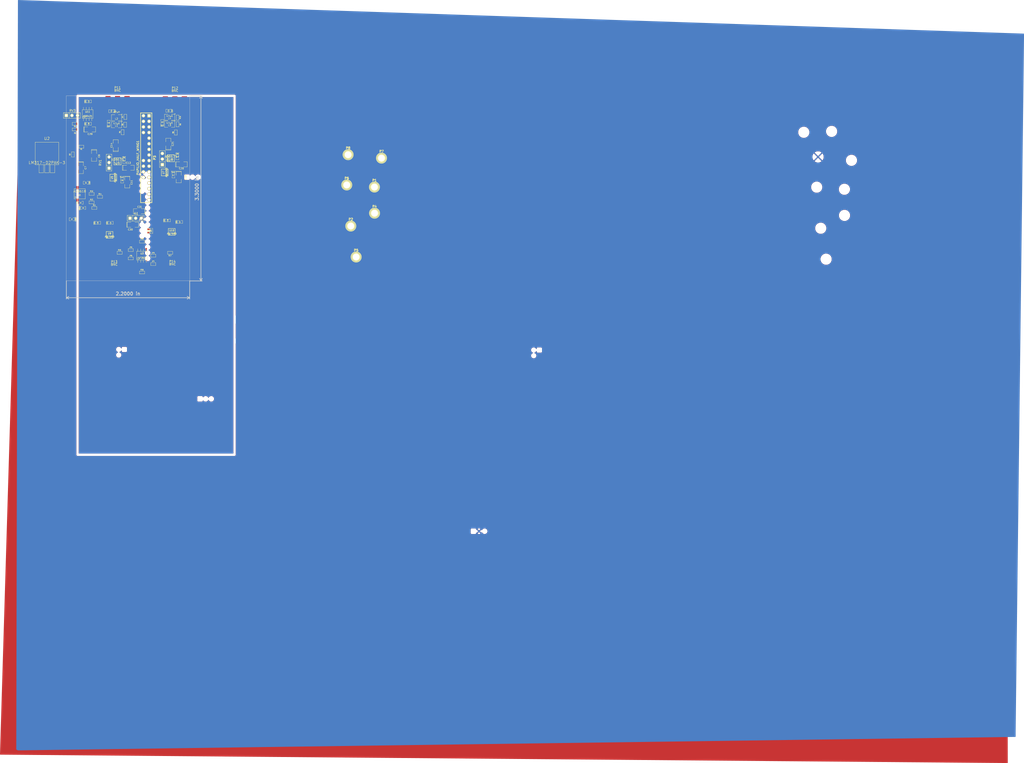
<source format=kicad_pcb>
(kicad_pcb (version 3) (host pcbnew "(2013-07-07 BZR 4022)-stable")
  (layers (15 F.Cu signal) (0 B.Cu signal) (18 B.Paste user) (19 F.Paste user) (20 B.SilkS user) (21 F.SilkS user) (22 B.Mask user) (23 F.Mask user) (28 Edge.Cuts user))
  (net 0 "")
  (net 1 +2.5V)
  (net 2 +3.3V)
  (net 3 +5P)
  (net 4 -VAA)
  (net 5 /ADC1/CNV)
  (net 6 /ADC1/SCK)
  (net 7 /ADC1/SDO)
  (net 8 /ADC2/CNV)
  (net 9 /ADC2/SCK)
  (net 10 /ADC2/SDO)
  (net 11 /DAC1/CS)
  (net 12 /DAC1/DATA)
  (net 13 /DAC1/SCLK)
  (net 14 /DAC2/CS)
  (net 15 /DAC2/DATA)
  (net 16 /DAC2/SCLK)
  (net 17 2VREF)
  (net 18 5VREF)
  (net 19 ADVDD)
  (net 20 AGND)
  (net 21 N-0000013)
  (net 22 N-0000014)
  (net 23 N-0000015)
  (net 24 N-0000026)
  (net 25 N-0000029)
  (net 26 N-0000036)
  (net 27 N-000004)
  (net 28 N-0000044)
  (net 29 N-0000045)
  (net 30 N-0000046)
  (net 31 N-0000047)
  (net 32 N-0000048)
  (net 33 N-0000050)
  (net 34 N-0000051)
  (net 35 N-0000052)
  (net 36 N-0000053)
  (net 37 N-0000054)
  (net 38 N-0000055)
  (net 39 N-0000056)
  (net 40 N-0000057)
  (net 41 N-0000058)
  (net 42 N-0000059)
  (net 43 N-000006)
  (net 44 N-0000060)
  (net 45 N-0000061)
  (net 46 N-0000062)
  (net 47 N-0000063)
  (net 48 N-0000064)
  (net 49 N-0000065)
  (net 50 N-0000066)
  (net 51 N-0000067)
  (net 52 N-0000068)
  (net 53 VAA)
  (net 54 VDD)
  (module sma-side (layer F.Cu) (at 36.925 96.725)
    (fp_text reference P13 (at 0 -6.35) (layer F.SilkS))
    (fp_text value BNC (at 0 -5.08) (layer F.SilkS))
    (pad 1 smd rect (at 0 0) (size 2.286 5.08) (layers F.Cu F.Paste F.Mask) (net 50 N-0000066))
    (pad 2 smd rect (at -4.318 0) (size 2.286 5.08) (layers F.Cu F.Paste F.Mask) (net 20 AGND))
    (pad 2 smd rect (at 4.318 0) (size 2.413 5.08) (layers F.Cu F.Paste F.Mask) (net 20 AGND))
  )
  (module SM1210 (layer F.Cu) (at 37.98 25.15 180)
    (fp_text reference L2 (at 0 -0.508 180) (layer F.SilkS) (effects (font (size 0.762 0.762) (thickness 0.127))))
    (fp_text value 47uH (at -0.025 2.575 180) (layer F.SilkS) (effects (font (size 0.762 0.762) (thickness 0.127))))
    (pad 1 smd rect (at -1.524 0 180) (size 1.27 2.54) (layers F.Cu F.Paste F.Mask) (net 29 N-0000045))
    (pad 2 smd rect (at 1.524 0 180) (size 1.27 2.54) (layers F.Cu F.Paste F.Mask) (net 31 N-0000047))
  )
  (module SM1210 (layer F.Cu) (at 37.98 28.325 180)
    (fp_text reference L1 (at 0 -0.508 180) (layer F.SilkS) (effects (font (size 0.762 0.762) (thickness 0.127))))
    (fp_text value 47uH (at 0 0.508 180) (layer F.SilkS) (effects (font (size 0.762 0.762) (thickness 0.127))))
    (pad 1 smd rect (at -1.524 0 180) (size 1.27 2.54) (layers F.Cu F.Paste F.Mask) (net 28 N-0000044))
    (pad 2 smd rect (at 1.524 0 180) (size 1.27 2.54) (layers F.Cu F.Paste F.Mask) (net 29 N-0000045))
  )
  (module SM1206POL (layer F.Cu) (at 66.1 52.125 270)
    (fp_text reference C18 (at 0.05 -3.2 270) (layer F.SilkS) (effects (font (size 0.762 0.762) (thickness 0.127))))
    (fp_text value 10uF hide)
    (pad 1 smd rect (at -1.651 0 270) (size 1.524 2.032) (layers F.Cu F.Paste F.Mask) (net 54 VDD))
    (pad 2 smd rect (at 1.651 0 270) (size 1.524 2.032) (layers F.Cu F.Paste F.Mask) (net 20 AGND))
  )
  (module SM1206POL (layer F.Cu) (at 43.455 47.825)
    (fp_text reference C13 (at -0.1 -2.225) (layer F.SilkS) (effects (font (size 0.762 0.762) (thickness 0.127))))
    (fp_text value 0.1uF hide)
    (pad 1 smd rect (at -1.651 0) (size 1.524 2.032) (layers F.Cu F.Paste F.Mask) (net 4 -VAA))
    (pad 2 smd rect (at 1.651 0) (size 1.524 2.032) (layers F.Cu F.Paste F.Mask) (net 20 AGND))
  )
  (module SM1206POL (layer F.Cu) (at 27.7876 42.3418 270)
    (fp_text reference C6 (at 0.135 -2.29 270) (layer F.SilkS) (effects (font (size 0.762 0.762) (thickness 0.127))))
    (fp_text value 100n hide)
    (pad 1 smd rect (at -1.651 0 270) (size 1.524 2.032) (layers F.Cu F.Paste F.Mask) (net 53 VAA))
    (pad 2 smd rect (at 1.651 0 270) (size 1.524 2.032) (layers F.Cu F.Paste F.Mask) (net 20 AGND))
  )
  (module SM1206POL (layer F.Cu) (at 37.58 37.675 90)
    (fp_text reference C14 (at 0.025 -1.875 90) (layer F.SilkS) (effects (font (size 0.762 0.762) (thickness 0.127))))
    (fp_text value 0.1uF hide)
    (pad 1 smd rect (at -1.651 0 90) (size 1.524 2.032) (layers F.Cu F.Paste F.Mask) (net 53 VAA))
    (pad 2 smd rect (at 1.651 0 90) (size 1.524 2.032) (layers F.Cu F.Paste F.Mask) (net 20 AGND))
  )
  (module SM0603_Capa (layer F.Cu) (at 21.73 63.625)
    (fp_text reference C1 (at 0 0 90) (layer F.SilkS) (effects (font (size 0.508 0.4572) (thickness 0.1143))))
    (fp_text value 10u (at -1.651 0 90) (layer F.SilkS) (effects (font (size 0.508 0.4572) (thickness 0.1143))))
    (pad 1 smd rect (at -0.762 0) (size 0.635 1.143) (layers F.Cu F.Paste F.Mask) (net 27 N-000004))
    (pad 2 smd rect (at 0.762 0) (size 0.635 1.143) (layers F.Cu F.Paste F.Mask) (net 20 AGND))
  )
  (module SM0603_Capa (layer F.Cu) (at 40.505 53.525 270)
    (fp_text reference C10 (at 0 0 360) (layer F.SilkS) (effects (font (size 0.508 0.4572) (thickness 0.1143))))
    (fp_text value 0.1uF (at -1.651 0 360) (layer F.SilkS) (effects (font (size 0.508 0.4572) (thickness 0.1143))))
    (pad 1 smd rect (at -0.762 0 270) (size 0.635 1.143) (layers F.Cu F.Paste F.Mask) (net 54 VDD))
    (pad 2 smd rect (at 0.762 0 270) (size 0.635 1.143) (layers F.Cu F.Paste F.Mask) (net 20 AGND))
  )
  (module SM0603_Capa (layer F.Cu) (at 34.405 27.5 90)
    (fp_text reference C15 (at 0 0 180) (layer F.SilkS) (effects (font (size 0.508 0.4572) (thickness 0.1143))))
    (fp_text value 33nF (at -1.651 0 180) (layer F.SilkS) (effects (font (size 0.508 0.4572) (thickness 0.1143))))
    (pad 1 smd rect (at -0.762 0 90) (size 0.635 1.143) (layers F.Cu F.Paste F.Mask) (net 29 N-0000045))
    (pad 2 smd rect (at 0.762 0 90) (size 0.635 1.143) (layers F.Cu F.Paste F.Mask) (net 20 AGND))
  )
  (module SM0603_Capa (layer F.Cu) (at 63.75 51.225 270)
    (fp_text reference C17 (at 0 0 360) (layer F.SilkS) (effects (font (size 0.508 0.4572) (thickness 0.1143))))
    (fp_text value 0.1uF (at -1.651 0 360) (layer F.SilkS) (effects (font (size 0.508 0.4572) (thickness 0.1143))))
    (pad 1 smd rect (at -0.762 0 270) (size 0.635 1.143) (layers F.Cu F.Paste F.Mask) (net 54 VDD))
    (pad 2 smd rect (at 0.762 0 270) (size 0.635 1.143) (layers F.Cu F.Paste F.Mask) (net 20 AGND))
  )
  (module SM0603_Capa (layer F.Cu) (at 41.38 44.65 270)
    (fp_text reference C12 (at 0 0 360) (layer F.SilkS) (effects (font (size 0.508 0.4572) (thickness 0.1143))))
    (fp_text value 10pF (at -1.651 0 360) (layer F.SilkS) (effects (font (size 0.508 0.4572) (thickness 0.1143))))
    (pad 1 smd rect (at -0.762 0 270) (size 0.635 1.143) (layers F.Cu F.Paste F.Mask) (net 30 N-0000046))
    (pad 2 smd rect (at 0.762 0 270) (size 0.635 1.143) (layers F.Cu F.Paste F.Mask) (net 32 N-0000048))
  )
  (module SM0603_Capa (layer F.Cu) (at 65.525 43 270)
    (fp_text reference C19 (at -0.11 -0.01 360) (layer F.SilkS) (effects (font (size 0.508 0.4572) (thickness 0.1143))))
    (fp_text value 10pF (at -1.651 0 360) (layer F.SilkS) (effects (font (size 0.508 0.4572) (thickness 0.1143))))
    (pad 1 smd rect (at -0.762 0 270) (size 0.635 1.143) (layers F.Cu F.Paste F.Mask) (net 38 N-0000055))
    (pad 2 smd rect (at 0.762 0 270) (size 0.635 1.143) (layers F.Cu F.Paste F.Mask) (net 40 N-0000057))
  )
  (module SM0603 (layer F.Cu) (at 21.983 38.281 180)
    (fp_text reference R1 (at -0.04 -1.135 180) (layer F.SilkS) (effects (font (size 0.508 0.4572) (thickness 0.1143))))
    (fp_text value 768R hide)
    (pad 1 smd rect (at -0.762 0 180) (size 0.635 1.143) (layers F.Cu F.Paste F.Mask) (net 25 N-0000029))
    (pad 2 smd rect (at 0.762 0 180) (size 0.635 1.143) (layers F.Cu F.Paste F.Mask) (net 20 AGND))
  )
  (module SM0603 (layer F.Cu) (at 40.73 31.75 90)
    (fp_text reference R5 (at 0.05 -1.225 90) (layer F.SilkS) (effects (font (size 0.508 0.4572) (thickness 0.1143))))
    (fp_text value short hide)
    (pad 1 smd rect (at -0.762 0 90) (size 0.635 1.143) (layers F.Cu F.Paste F.Mask) (net 30 N-0000046))
    (pad 2 smd rect (at 0.762 0 90) (size 0.635 1.143) (layers F.Cu F.Paste F.Mask) (net 31 N-0000047))
  )
  (module SM0603 (layer F.Cu) (at 41.855 28.3 90)
    (fp_text reference R6 (at 0 -1.175 90) (layer F.SilkS) (effects (font (size 0.508 0.4572) (thickness 0.1143))))
    (fp_text value 50 hide)
    (pad 1 smd rect (at -0.762 0 90) (size 0.635 1.143) (layers F.Cu F.Paste F.Mask) (net 30 N-0000046))
    (pad 2 smd rect (at 0.762 0 90) (size 0.635 1.143) (layers F.Cu F.Paste F.Mask) (net 28 N-0000044))
  )
  (module SM0603 (layer F.Cu) (at 41.98 24.8 90)
    (fp_text reference R7 (at 0.05 -1.225 90) (layer F.SilkS) (effects (font (size 0.508 0.4572) (thickness 0.1143))))
    (fp_text value 50 hide)
    (pad 1 smd rect (at -0.762 0 90) (size 0.635 1.143) (layers F.Cu F.Paste F.Mask) (net 31 N-0000047))
    (pad 2 smd rect (at 0.762 0 90) (size 0.635 1.143) (layers F.Cu F.Paste F.Mask) (net 20 AGND))
  )
  (module SM0603 (layer F.Cu) (at 19.05 27.94 180)
    (fp_text reference R4 (at -0.065 -1.19 180) (layer F.SilkS) (effects (font (size 0.508 0.4572) (thickness 0.1143))))
    (fp_text value 15k hide)
    (pad 1 smd rect (at -0.762 0 180) (size 0.635 1.143) (layers F.Cu F.Paste F.Mask) (net 21 N-0000013))
    (pad 2 smd rect (at 0.762 0 180) (size 0.635 1.143) (layers F.Cu F.Paste F.Mask) (net 20 AGND))
  )
  (module SM0603 (layer F.Cu) (at 18.218 41.806 90)
    (fp_text reference R2 (at 0.025 -1.325 90) (layer F.SilkS) (effects (font (size 0.508 0.4572) (thickness 0.1143))))
    (fp_text value 220R hide)
    (pad 1 smd rect (at -0.762 0 90) (size 0.635 1.143) (layers F.Cu F.Paste F.Mask) (net 3 +5P))
    (pad 2 smd rect (at 0.762 0 90) (size 0.635 1.143) (layers F.Cu F.Paste F.Mask) (net 25 N-0000029))
  )
  (module SM0603 (layer F.Cu) (at 19.05 30.48 180)
    (fp_text reference R3 (at -0.11 -1.65 180) (layer F.SilkS) (effects (font (size 0.508 0.4572) (thickness 0.1143))))
    (fp_text value 470k hide)
    (pad 1 smd rect (at -0.762 0 180) (size 0.635 1.143) (layers F.Cu F.Paste F.Mask) (net 23 N-0000015))
    (pad 2 smd rect (at 0.762 0 180) (size 0.635 1.143) (layers F.Cu F.Paste F.Mask) (net 22 N-0000014))
  )
  (module PIN_ARRAY_3X1 (layer F.Cu) (at 34.58 45.475 90)
    (fp_text reference RV1 (at -0.075 -4 90) (layer F.SilkS) (effects (font (size 1.016 1.016) (thickness 0.1524))))
    (fp_text value 100K hide)
    (pad 1 thru_hole rect (at -2.54 0 90) (size 1.524 1.524) (drill 1.016) (layers *.Cu *.Mask F.SilkS) (net 33 N-0000050))
    (pad 2 thru_hole circle (at 0 0 90) (size 1.524 1.524) (drill 1.016) (layers *.Cu *.Mask F.SilkS) (net 53 VAA))
    (pad 3 thru_hole circle (at 2.54 0 90) (size 1.524 1.524) (drill 1.016) (layers *.Cu *.Mask F.SilkS) (net 34 N-0000051))
  )
  (module 1pin (layer F.Cu) (at 142.25 55.61)
    (fp_text reference P6 (at 0 -3.048) (layer F.SilkS) (effects (font (size 1.016 1.016) (thickness 0.254))))
    (fp_text value CONN_1 hide)
    (pad 1 thru_hole circle (at 0 0) (size 4.064 4.064) (drill 3.048) (layers *.Cu *.Mask F.SilkS) (net 17 2VREF))
  )
  (module 1pin (layer F.Cu) (at 154.79 56.56)
    (fp_text reference P1 (at 0 -3.048) (layer F.SilkS) (effects (font (size 1.016 1.016) (thickness 0.254))))
    (fp_text value CONN_1 hide)
    (pad 1 thru_hole circle (at 0 0) (size 4.064 4.064) (drill 3.048) (layers *.Cu *.Mask F.SilkS) (net 1 +2.5V))
  )
  (module 1pin (layer F.Cu) (at 144.08 74.21)
    (fp_text reference P2 (at 0 -3.048) (layer F.SilkS) (effects (font (size 1.016 1.016) (thickness 0.254))))
    (fp_text value CONN_1 hide)
    (pad 1 thru_hole circle (at 0 0) (size 4.064 4.064) (drill 3.048) (layers *.Cu *.Mask F.SilkS) (net 3 +5P))
  )
  (module 1pin (layer F.Cu) (at 154.84 68.39)
    (fp_text reference P4 (at 0 -3.048) (layer F.SilkS) (effects (font (size 1.016 1.016) (thickness 0.254))))
    (fp_text value CONN_1 hide)
    (pad 1 thru_hole circle (at 0 0) (size 4.064 4.064) (drill 3.048) (layers *.Cu *.Mask F.SilkS))
  )
  (module 1pin (layer F.Cu) (at 146.51 88.23)
    (fp_text reference P5 (at 0 -3.048) (layer F.SilkS) (effects (font (size 1.016 1.016) (thickness 0.254))))
    (fp_text value CONN_1 hide)
    (pad 1 thru_hole circle (at 0 0) (size 4.064 4.064) (drill 3.048) (layers *.Cu *.Mask F.SilkS))
  )
  (module sma-side (layer F.Cu) (at 63.285 96.57)
    (fp_text reference P14 (at 0 -6.35) (layer F.SilkS))
    (fp_text value BNC (at 0 -5.08) (layer F.SilkS))
    (pad 1 smd rect (at 0 0) (size 2.286 5.08) (layers F.Cu F.Paste F.Mask) (net 46 N-0000062))
    (pad 2 smd rect (at -4.318 0) (size 2.286 5.08) (layers F.Cu F.Paste F.Mask) (net 20 AGND))
    (pad 2 smd rect (at 4.318 0) (size 2.413 5.08) (layers F.Cu F.Paste F.Mask) (net 20 AGND))
  )
  (module SM1210 (layer F.Cu) (at 62 28.05 180)
    (fp_text reference L3 (at 0 -0.508 180) (layer F.SilkS) (effects (font (size 0.762 0.762) (thickness 0.127))))
    (fp_text value 47uH (at 0 0.508 180) (layer F.SilkS) (effects (font (size 0.762 0.762) (thickness 0.127))))
    (pad 1 smd rect (at -1.524 0 180) (size 1.27 2.54) (layers F.Cu F.Paste F.Mask) (net 36 N-0000053))
    (pad 2 smd rect (at 1.524 0 180) (size 1.27 2.54) (layers F.Cu F.Paste F.Mask) (net 37 N-0000054))
  )
  (module SM1210 (layer F.Cu) (at 62 24.95 180)
    (fp_text reference L4 (at 0 -0.508 180) (layer F.SilkS) (effects (font (size 0.762 0.762) (thickness 0.127))))
    (fp_text value 47uH (at 0 0.508 180) (layer F.SilkS) (effects (font (size 0.762 0.762) (thickness 0.127))))
    (pad 1 smd rect (at -1.524 0 180) (size 1.27 2.54) (layers F.Cu F.Paste F.Mask) (net 37 N-0000054))
    (pad 2 smd rect (at 1.524 0 180) (size 1.27 2.54) (layers F.Cu F.Paste F.Mask) (net 39 N-0000056))
  )
  (module SM0603_Capa (layer F.Cu) (at 61.55 22.025 180)
    (fp_text reference C23 (at 0 0 270) (layer F.SilkS) (effects (font (size 0.508 0.4572) (thickness 0.1143))))
    (fp_text value 10nF (at -1.651 0 270) (layer F.SilkS) (effects (font (size 0.508 0.4572) (thickness 0.1143))))
    (pad 1 smd rect (at -0.762 0 180) (size 0.635 1.143) (layers F.Cu F.Paste F.Mask) (net 39 N-0000056))
    (pad 2 smd rect (at 0.762 0 180) (size 0.635 1.143) (layers F.Cu F.Paste F.Mask) (net 20 AGND))
  )
  (module SM0603_Capa (layer F.Cu) (at 61.175 71.675)
    (fp_text reference C26 (at 0 0 90) (layer F.SilkS) (effects (font (size 0.508 0.4572) (thickness 0.1143))))
    (fp_text value 100n (at -1.651 0 90) (layer F.SilkS) (effects (font (size 0.508 0.4572) (thickness 0.1143))))
    (pad 1 smd rect (at -0.762 0) (size 0.635 1.143) (layers F.Cu F.Paste F.Mask) (net 2 +3.3V))
    (pad 2 smd rect (at 0.762 0) (size 0.635 1.143) (layers F.Cu F.Paste F.Mask) (net 20 AGND))
  )
  (module SM0603_Capa (layer F.Cu) (at 66.675 72.375)
    (fp_text reference C27 (at 0 0 90) (layer F.SilkS) (effects (font (size 0.508 0.4572) (thickness 0.1143))))
    (fp_text value 100n (at -1.651 0 90) (layer F.SilkS) (effects (font (size 0.508 0.4572) (thickness 0.1143))))
    (pad 1 smd rect (at -0.762 0) (size 0.635 1.143) (layers F.Cu F.Paste F.Mask) (net 20 AGND))
    (pad 2 smd rect (at 0.762 0) (size 0.635 1.143) (layers F.Cu F.Paste F.Mask) (net 19 ADVDD))
  )
  (module SM0603 (layer F.Cu) (at 65.625 25.1 90)
    (fp_text reference R10 (at 0.005 1.175 90) (layer F.SilkS) (effects (font (size 0.508 0.4572) (thickness 0.1143))))
    (fp_text value 50 hide)
    (pad 1 smd rect (at -0.762 0 90) (size 0.635 1.143) (layers F.Cu F.Paste F.Mask) (net 39 N-0000056))
    (pad 2 smd rect (at 0.762 0 90) (size 0.635 1.143) (layers F.Cu F.Paste F.Mask) (net 20 AGND))
  )
  (module SM0603 (layer F.Cu) (at 65.625 28.15 90)
    (fp_text reference R9 (at -0.03 1.32 90) (layer F.SilkS) (effects (font (size 0.508 0.4572) (thickness 0.1143))))
    (fp_text value 50 hide)
    (pad 1 smd rect (at -0.762 0 90) (size 0.635 1.143) (layers F.Cu F.Paste F.Mask) (net 38 N-0000055))
    (pad 2 smd rect (at 0.762 0 90) (size 0.635 1.143) (layers F.Cu F.Paste F.Mask) (net 36 N-0000053))
  )
  (module SM0603 (layer F.Cu) (at 64.85 31.85 90)
    (fp_text reference R8 (at -0.01 -1.245 90) (layer F.SilkS) (effects (font (size 0.508 0.4572) (thickness 0.1143))))
    (fp_text value short hide)
    (pad 1 smd rect (at -0.762 0 90) (size 0.635 1.143) (layers F.Cu F.Paste F.Mask) (net 38 N-0000055))
    (pad 2 smd rect (at 0.762 0 90) (size 0.635 1.143) (layers F.Cu F.Paste F.Mask) (net 39 N-0000056))
  )
  (module PIN_ARRAY_3X1 (layer F.Cu) (at 58.725 43.875 90)
    (fp_text reference RV2 (at 0.21 2.42 90) (layer F.SilkS) (effects (font (size 1.016 1.016) (thickness 0.1524))))
    (fp_text value 100K hide)
    (pad 1 thru_hole rect (at -2.54 0 90) (size 1.524 1.524) (drill 1.016) (layers *.Cu *.Mask F.SilkS) (net 41 N-0000058))
    (pad 2 thru_hole circle (at 0 0 90) (size 1.524 1.524) (drill 1.016) (layers *.Cu *.Mask F.SilkS) (net 53 VAA))
    (pad 3 thru_hole circle (at 2.54 0 90) (size 1.524 1.524) (drill 1.016) (layers *.Cu *.Mask F.SilkS) (net 42 N-0000059))
  )
  (module MSOP10-0.5 (layer F.Cu) (at 34.82 78.24)
    (fp_text reference U9 (at 0 -0.635) (layer F.SilkS) (effects (font (size 0.762 0.762) (thickness 0.1524))))
    (fp_text value AD7685 (at 0 0.762) (layer F.SilkS) (effects (font (size 0.762 0.762) (thickness 0.1524))))
    (pad 1 smd rect (at -1.016 2.2225) (size 0.26924 1.00076) (layers F.Cu F.Paste F.Mask) (net 18 5VREF))
    (pad 2 smd rect (at -0.508 2.2225) (size 0.26924 1.00076) (layers F.Cu F.Paste F.Mask) (net 19 ADVDD))
    (pad 3 smd rect (at 0 2.2225) (size 0.26924 1.00076) (layers F.Cu F.Paste F.Mask) (net 52 N-0000068))
    (pad 4 smd rect (at 0.508 2.2225) (size 0.26924 1.00076) (layers F.Cu F.Paste F.Mask) (net 20 AGND))
    (pad 5 smd rect (at 1.016 2.2225) (size 0.26924 1.00076) (layers F.Cu F.Paste F.Mask) (net 20 AGND))
    (pad 6 smd rect (at 1.016 -2.2225) (size 0.26924 1.00076) (layers F.Cu F.Paste F.Mask) (net 5 /ADC1/CNV))
    (pad 7 smd rect (at 0.508 -2.2225) (size 0.26924 1.00076) (layers F.Cu F.Paste F.Mask) (net 7 /ADC1/SDO))
    (pad 8 smd rect (at 0 -2.2225) (size 0.26924 1.00076) (layers F.Cu F.Paste F.Mask) (net 6 /ADC1/SCK))
    (pad 9 smd rect (at -0.508 -2.2225) (size 0.26924 1.00076) (layers F.Cu F.Paste F.Mask) (net 2 +3.3V))
    (pad 10 smd rect (at -1.016 -2.2225) (size 0.26924 1.00076) (layers F.Cu F.Paste F.Mask) (net 2 +3.3V))
  )
  (module SM0603_Capa (layer F.Cu) (at 24.13 54.61 180)
    (fp_text reference C2 (at 0 0 270) (layer F.SilkS) (effects (font (size 0.508 0.4572) (thickness 0.1143))))
    (fp_text value 100n (at -1.651 0 270) (layer F.SilkS) (effects (font (size 0.508 0.4572) (thickness 0.1143))))
    (pad 1 smd rect (at -0.762 0 180) (size 0.635 1.143) (layers F.Cu F.Paste F.Mask) (net 17 2VREF))
    (pad 2 smd rect (at 0.762 0 180) (size 0.635 1.143) (layers F.Cu F.Paste F.Mask) (net 20 AGND))
  )
  (module SM0603_Capa (layer F.Cu) (at 35.68 22.175 180)
    (fp_text reference C16 (at 0 0 270) (layer F.SilkS) (effects (font (size 0.508 0.4572) (thickness 0.1143))))
    (fp_text value 10nF (at -1.651 0 270) (layer F.SilkS) (effects (font (size 0.508 0.4572) (thickness 0.1143))))
    (pad 1 smd rect (at -0.762 0 180) (size 0.635 1.143) (layers F.Cu F.Paste F.Mask) (net 31 N-0000047))
    (pad 2 smd rect (at 0.762 0 180) (size 0.635 1.143) (layers F.Cu F.Paste F.Mask) (net 20 AGND))
  )
  (module SM1206POL (layer F.Cu) (at 42.855 54.425 270)
    (fp_text reference C11 (at -0.025 -1.975 270) (layer F.SilkS) (effects (font (size 0.762 0.762) (thickness 0.127))))
    (fp_text value 10uF hide)
    (pad 1 smd rect (at -1.651 0 270) (size 1.524 2.032) (layers F.Cu F.Paste F.Mask) (net 54 VDD))
    (pad 2 smd rect (at 1.651 0 270) (size 1.524 2.032) (layers F.Cu F.Paste F.Mask) (net 20 AGND))
  )
  (module SM1206POL (layer F.Cu) (at 67.475 46.3)
    (fp_text reference C20 (at -0.12 1.8) (layer F.SilkS) (effects (font (size 0.762 0.762) (thickness 0.127))))
    (fp_text value 0.1uF hide)
    (pad 1 smd rect (at -1.651 0) (size 1.524 2.032) (layers F.Cu F.Paste F.Mask) (net 4 -VAA))
    (pad 2 smd rect (at 1.651 0) (size 1.524 2.032) (layers F.Cu F.Paste F.Mask) (net 20 AGND))
  )
  (module SM1206POL (layer F.Cu) (at 21.843 47.906 270)
    (fp_text reference C7 (at -0.085 -2.12 270) (layer F.SilkS) (effects (font (size 0.762 0.762) (thickness 0.127))))
    (fp_text value 1u hide)
    (pad 1 smd rect (at -1.651 0 270) (size 1.524 2.032) (layers F.Cu F.Paste F.Mask) (net 3 +5P))
    (pad 2 smd rect (at 1.651 0 270) (size 1.524 2.032) (layers F.Cu F.Paste F.Mask) (net 20 AGND))
  )
  (module 1pin (layer F.Cu) (at 142.86 41.9)
    (fp_text reference P8 (at 0 -3.048) (layer F.SilkS) (effects (font (size 1.016 1.016) (thickness 0.254))))
    (fp_text value CONN_1 hide)
    (pad 1 thru_hole circle (at 0 0) (size 4.064 4.064) (drill 3.048) (layers *.Cu *.Mask F.SilkS) (net 20 AGND))
  )
  (module 1pin (layer F.Cu) (at 157.99 43.45)
    (fp_text reference P7 (at 0 -3.048) (layer F.SilkS) (effects (font (size 1.016 1.016) (thickness 0.254))))
    (fp_text value CONN_1 hide)
    (pad 1 thru_hole circle (at 0 0) (size 4.064 4.064) (drill 3.048) (layers *.Cu *.Mask F.SilkS) (net 18 5VREF))
  )
  (module MSOP10-0.5 (layer F.Cu) (at 59.825 49.95 90)
    (fp_text reference U7 (at 0 -0.635 90) (layer F.SilkS) (effects (font (size 0.762 0.762) (thickness 0.1524))))
    (fp_text value AD5063 (at 0 0.762 90) (layer F.SilkS) (effects (font (size 0.762 0.762) (thickness 0.1524))))
    (pad 1 smd rect (at -1.016 2.2225 90) (size 0.26924 1.00076) (layers F.Cu F.Paste F.Mask) (net 12 /DAC1/DATA))
    (pad 2 smd rect (at -0.508 2.2225 90) (size 0.26924 1.00076) (layers F.Cu F.Paste F.Mask) (net 54 VDD))
    (pad 3 smd rect (at 0 2.2225 90) (size 0.26924 1.00076) (layers F.Cu F.Paste F.Mask) (net 1 +2.5V))
    (pad 4 smd rect (at 0.508 2.2225 90) (size 0.26924 1.00076) (layers F.Cu F.Paste F.Mask) (net 40 N-0000057))
    (pad 5 smd rect (at 1.016 2.2225 90) (size 0.26924 1.00076) (layers F.Cu F.Paste F.Mask) (net 44 N-0000060))
    (pad 6 smd rect (at 1.016 -2.2225 90) (size 0.26924 1.00076) (layers F.Cu F.Paste F.Mask) (net 38 N-0000055))
    (pad 7 smd rect (at 0.508 -2.2225 90) (size 0.26924 1.00076) (layers F.Cu F.Paste F.Mask) (net 20 AGND))
    (pad 8 smd rect (at 0 -2.2225 90) (size 0.26924 1.00076) (layers F.Cu F.Paste F.Mask) (net 20 AGND))
    (pad 9 smd rect (at -0.508 -2.2225 90) (size 0.26924 1.00076) (layers F.Cu F.Paste F.Mask) (net 11 /DAC1/CS))
    (pad 10 smd rect (at -1.016 -2.2225 90) (size 0.26924 1.00076) (layers F.Cu F.Paste F.Mask) (net 13 /DAC1/SCLK))
  )
  (module MSOP10-0.5 (layer F.Cu) (at 36.53 52.3 90)
    (fp_text reference U5 (at 0 -0.635 90) (layer F.SilkS) (effects (font (size 0.762 0.762) (thickness 0.1524))))
    (fp_text value AD5063 (at 0 0.762 90) (layer F.SilkS) (effects (font (size 0.762 0.762) (thickness 0.1524))))
    (pad 1 smd rect (at -1.016 2.2225 90) (size 0.26924 1.00076) (layers F.Cu F.Paste F.Mask) (net 15 /DAC2/DATA))
    (pad 2 smd rect (at -0.508 2.2225 90) (size 0.26924 1.00076) (layers F.Cu F.Paste F.Mask) (net 54 VDD))
    (pad 3 smd rect (at 0 2.2225 90) (size 0.26924 1.00076) (layers F.Cu F.Paste F.Mask) (net 1 +2.5V))
    (pad 4 smd rect (at 0.508 2.2225 90) (size 0.26924 1.00076) (layers F.Cu F.Paste F.Mask) (net 32 N-0000048))
    (pad 5 smd rect (at 1.016 2.2225 90) (size 0.26924 1.00076) (layers F.Cu F.Paste F.Mask) (net 35 N-0000052))
    (pad 6 smd rect (at 1.016 -2.2225 90) (size 0.26924 1.00076) (layers F.Cu F.Paste F.Mask) (net 30 N-0000046))
    (pad 7 smd rect (at 0.508 -2.2225 90) (size 0.26924 1.00076) (layers F.Cu F.Paste F.Mask) (net 20 AGND))
    (pad 8 smd rect (at 0 -2.2225 90) (size 0.26924 1.00076) (layers F.Cu F.Paste F.Mask) (net 20 AGND))
    (pad 9 smd rect (at -0.508 -2.2225 90) (size 0.26924 1.00076) (layers F.Cu F.Paste F.Mask) (net 14 /DAC2/CS))
    (pad 10 smd rect (at -1.016 -2.2225 90) (size 0.26924 1.00076) (layers F.Cu F.Paste F.Mask) (net 16 /DAC2/SCLK))
  )
  (module MSOP_8 (layer F.Cu) (at 38.43 44.925)
    (fp_text reference U6 (at 0.1 0.725) (layer F.SilkS) (effects (font (size 1.00076 1.00076) (thickness 0.1524))))
    (fp_text value AD8675 (at 0 -0.762) (layer F.SilkS) (effects (font (size 1.00076 1.00076) (thickness 0.127))))
    (pad 1 smd rect (at -0.97536 2.159) (size 0.381 1.27) (layers F.Cu F.Paste F.Mask) (net 33 N-0000050))
    (pad 2 smd rect (at -0.32512 2.159) (size 0.381 1.27) (layers F.Cu F.Paste F.Mask) (net 35 N-0000052))
    (pad 3 smd rect (at 0.32512 2.159) (size 0.381 1.27) (layers F.Cu F.Paste F.Mask) (net 32 N-0000048))
    (pad 4 smd rect (at 0.97536 2.159) (size 0.381 1.27) (layers F.Cu F.Paste F.Mask) (net 4 -VAA))
    (pad 5 smd rect (at 0.97536 -2.159) (size 0.381 1.27) (layers F.Cu F.Paste F.Mask))
    (pad 6 smd rect (at 0.32512 -2.159) (size 0.381 1.27) (layers F.Cu F.Paste F.Mask) (net 30 N-0000046))
    (pad 7 smd rect (at -0.32512 -2.159) (size 0.381 1.27) (layers F.Cu F.Paste F.Mask) (net 53 VAA))
    (pad 8 smd rect (at -0.97536 -2.159) (size 0.381 1.27) (layers F.Cu F.Paste F.Mask) (net 34 N-0000051))
  )
  (module MSOP_8 (layer F.Cu) (at 62.575 43.525)
    (fp_text reference U8 (at 0 0.635) (layer F.SilkS) (effects (font (size 1.00076 1.00076) (thickness 0.1524))))
    (fp_text value AD8675 (at 0 -0.762) (layer F.SilkS) (effects (font (size 1.00076 1.00076) (thickness 0.127))))
    (pad 1 smd rect (at -0.97536 2.159) (size 0.381 1.27) (layers F.Cu F.Paste F.Mask) (net 41 N-0000058))
    (pad 2 smd rect (at -0.32512 2.159) (size 0.381 1.27) (layers F.Cu F.Paste F.Mask) (net 44 N-0000060))
    (pad 3 smd rect (at 0.32512 2.159) (size 0.381 1.27) (layers F.Cu F.Paste F.Mask) (net 40 N-0000057))
    (pad 4 smd rect (at 0.97536 2.159) (size 0.381 1.27) (layers F.Cu F.Paste F.Mask) (net 4 -VAA))
    (pad 5 smd rect (at 0.97536 -2.159) (size 0.381 1.27) (layers F.Cu F.Paste F.Mask))
    (pad 6 smd rect (at 0.32512 -2.159) (size 0.381 1.27) (layers F.Cu F.Paste F.Mask) (net 38 N-0000055))
    (pad 7 smd rect (at -0.32512 -2.159) (size 0.381 1.27) (layers F.Cu F.Paste F.Mask) (net 53 VAA))
    (pad 8 smd rect (at -0.97536 -2.159) (size 0.381 1.27) (layers F.Cu F.Paste F.Mask) (net 42 N-0000059))
  )
  (module sma-side (layer F.Cu) (at 38.43 17.9)
    (fp_text reference P11 (at 0 -6.35) (layer F.SilkS))
    (fp_text value BNC (at 0 -5.08) (layer F.SilkS))
    (pad 1 smd rect (at 0 0) (size 2.286 5.08) (layers F.Cu F.Paste F.Mask) (net 31 N-0000047))
    (pad 2 smd rect (at -4.318 0) (size 2.286 5.08) (layers F.Cu F.Paste F.Mask) (net 20 AGND))
    (pad 2 smd rect (at 4.318 0) (size 2.413 5.08) (layers F.Cu F.Paste F.Mask) (net 20 AGND))
  )
  (module Papilio_Half_Wing_1 (layer F.Cu) (at 51.435 43.3)
    (fp_text reference P3 (at 3.81 0 90) (layer F.SilkS) (effects (font (size 1.016 1.016) (thickness 0.27432))))
    (fp_text value PAPILIO_HALF_WING1 (at -3.81 0 90) (layer F.SilkS) (effects (font (size 1.016 1.016) (thickness 0.2032))))
    (pad N/A thru_hole circle (at -1.27 3.81 270) (size 1.524 1.524) (drill 1.016) (layers *.Cu *.Mask F.SilkS))
    (pad N/A thru_hole circle (at -1.27 -16.51 270) (size 1.524 1.524) (drill 1.016) (layers *.Cu *.Mask F.SilkS))
    (pad 1 thru_hole rect (at 1.27 -19.05) (size 1.524 1.524) (drill 1.016) (layers *.Cu *.Mask F.SilkS) (net 11 /DAC1/CS))
    (pad 2 thru_hole circle (at 1.27 -16.51 270) (size 1.524 1.524) (drill 1.016) (layers *.Cu *.Mask F.SilkS) (net 13 /DAC1/SCLK))
    (pad 11 thru_hole circle (at 1.27 6.35 270) (size 1.524 1.524) (drill 1.016) (layers *.Cu *.Mask F.SilkS) (net 5 /ADC1/CNV))
    (pad 4 thru_hole circle (at 1.27 -11.43 270) (size 1.524 1.524) (drill 1.016) (layers *.Cu *.Mask F.SilkS))
    (pad 13 thru_hole circle (at 1.27 11.43 270) (size 1.524 1.524) (drill 1.016) (layers *.Cu *.Mask F.SilkS))
    (pad 6 thru_hole circle (at 1.27 -6.35 270) (size 1.524 1.524) (drill 1.016) (layers *.Cu *.Mask F.SilkS) (net 14 /DAC2/CS))
    (pad 15 thru_hole circle (at 1.27 16.51 270) (size 1.524 1.524) (drill 1.016) (layers *.Cu *.Mask F.SilkS) (net 10 /ADC2/SDO))
    (pad 8 thru_hole circle (at 1.27 -1.27 270) (size 1.524 1.524) (drill 1.016) (layers *.Cu *.Mask F.SilkS) (net 15 /DAC2/DATA))
    (pad 17 thru_hole circle (at -1.27 -19.05 270) (size 1.524 1.524) (drill 1.016) (layers *.Cu *.Mask F.SilkS) (net 20 AGND))
    (pad 10 thru_hole circle (at 1.27 3.81 270) (size 1.524 1.524) (drill 1.016) (layers *.Cu *.Mask F.SilkS) (net 7 /ADC1/SDO))
    (pad 19 thru_hole circle (at -1.27 -11.43 270) (size 1.524 1.524) (drill 1.016) (layers *.Cu *.Mask F.SilkS))
    (pad 12 thru_hole circle (at 1.27 8.89 270) (size 1.524 1.524) (drill 1.016) (layers *.Cu *.Mask F.SilkS))
    (pad 21 thru_hole circle (at -1.27 6.35 270) (size 1.524 1.524) (drill 1.016) (layers *.Cu *.Mask F.SilkS) (net 2 +3.3V))
    (pad 14 thru_hole circle (at 1.27 13.97 270) (size 1.524 1.524) (drill 1.016) (layers *.Cu *.Mask F.SilkS) (net 9 /ADC2/SCK))
    (pad 16 thru_hole circle (at 1.27 19.05 270) (size 1.524 1.524) (drill 1.016) (layers *.Cu *.Mask F.SilkS) (net 8 /ADC2/CNV))
    (pad 18 thru_hole circle (at -1.27 -13.97 270) (size 1.524 1.524) (drill 1.016) (layers *.Cu *.Mask F.SilkS) (net 2 +3.3V))
    (pad 20 thru_hole circle (at -1.27 1.27 270) (size 1.524 1.524) (drill 1.016) (layers *.Cu *.Mask F.SilkS) (net 20 AGND))
    (pad 22 thru_hole circle (at -1.27 8.89 270) (size 1.524 1.524) (drill 1.016) (layers *.Cu *.Mask F.SilkS))
    (pad 3 thru_hole circle (at 1.27 -13.97 270) (size 1.524 1.524) (drill 1.016) (layers *.Cu *.Mask F.SilkS) (net 12 /DAC1/DATA))
    (pad 5 thru_hole circle (at 1.27 -8.89 270) (size 1.524 1.524) (drill 1.016) (layers *.Cu *.Mask F.SilkS))
    (pad 7 thru_hole circle (at 1.27 -3.81 270) (size 1.524 1.524) (drill 1.016) (layers *.Cu *.Mask F.SilkS) (net 16 /DAC2/SCLK))
    (pad 9 thru_hole circle (at 1.27 1.27 270) (size 1.524 1.524) (drill 1.016) (layers *.Cu *.Mask F.SilkS) (net 6 /ADC1/SCK))
  )
  (module sma-side (layer F.Cu) (at 64.4 18.025)
    (fp_text reference P12 (at 0 -6.35) (layer F.SilkS))
    (fp_text value BNC (at 0 -5.08) (layer F.SilkS))
    (pad 1 smd rect (at 0 0) (size 2.286 5.08) (layers F.Cu F.Paste F.Mask) (net 39 N-0000056))
    (pad 2 smd rect (at -4.318 0) (size 2.286 5.08) (layers F.Cu F.Paste F.Mask) (net 20 AGND))
    (pad 2 smd rect (at 4.318 0) (size 2.413 5.08) (layers F.Cu F.Paste F.Mask) (net 20 AGND))
  )
  (module SM0603_Capa (layer F.Cu) (at 29.54 72.785)
    (fp_text reference C25 (at 0 0 90) (layer F.SilkS) (effects (font (size 0.508 0.4572) (thickness 0.1143))))
    (fp_text value 100n (at -1.651 0 90) (layer F.SilkS) (effects (font (size 0.508 0.4572) (thickness 0.1143))))
    (pad 1 smd rect (at -0.762 0) (size 0.635 1.143) (layers F.Cu F.Paste F.Mask) (net 20 AGND))
    (pad 2 smd rect (at 0.762 0) (size 0.635 1.143) (layers F.Cu F.Paste F.Mask) (net 19 ADVDD))
  )
  (module SM0603_Capa (layer F.Cu) (at 35.315 72.785)
    (fp_text reference C24 (at 0 0 90) (layer F.SilkS) (effects (font (size 0.508 0.4572) (thickness 0.1143))))
    (fp_text value 100n (at -1.651 0 90) (layer F.SilkS) (effects (font (size 0.508 0.4572) (thickness 0.1143))))
    (pad 1 smd rect (at -0.762 0) (size 0.635 1.143) (layers F.Cu F.Paste F.Mask) (net 2 +3.3V))
    (pad 2 smd rect (at 0.762 0) (size 0.635 1.143) (layers F.Cu F.Paste F.Mask) (net 20 AGND))
  )
  (module SM0603_Capa (layer F.Cu) (at 58.7 27.175 90)
    (fp_text reference C22 (at 0 0 180) (layer F.SilkS) (effects (font (size 0.508 0.4572) (thickness 0.1143))))
    (fp_text value 33nF (at -1.651 0 180) (layer F.SilkS) (effects (font (size 0.508 0.4572) (thickness 0.1143))))
    (pad 1 smd rect (at -0.762 0 90) (size 0.635 1.143) (layers F.Cu F.Paste F.Mask) (net 37 N-0000054))
    (pad 2 smd rect (at 0.762 0 90) (size 0.635 1.143) (layers F.Cu F.Paste F.Mask) (net 20 AGND))
  )
  (module SM1206POL (layer F.Cu) (at 61.475 37 90)
    (fp_text reference C21 (at 0.06 1.955 90) (layer F.SilkS) (effects (font (size 0.762 0.762) (thickness 0.127))))
    (fp_text value 0.1uF hide)
    (pad 1 smd rect (at -1.651 0 90) (size 1.524 2.032) (layers F.Cu F.Paste F.Mask) (net 53 VAA))
    (pad 2 smd rect (at 1.651 0 90) (size 1.524 2.032) (layers F.Cu F.Paste F.Mask) (net 20 AGND))
  )
  (module MSOP10-0.5 (layer F.Cu) (at 62.99 76.87)
    (fp_text reference U10 (at 0 -0.635) (layer F.SilkS) (effects (font (size 0.762 0.762) (thickness 0.1524))))
    (fp_text value AD7685 (at 0 0.762) (layer F.SilkS) (effects (font (size 0.762 0.762) (thickness 0.1524))))
    (pad 1 smd rect (at -1.016 2.2225) (size 0.26924 1.00076) (layers F.Cu F.Paste F.Mask) (net 18 5VREF))
    (pad 2 smd rect (at -0.508 2.2225) (size 0.26924 1.00076) (layers F.Cu F.Paste F.Mask) (net 19 ADVDD))
    (pad 3 smd rect (at 0 2.2225) (size 0.26924 1.00076) (layers F.Cu F.Paste F.Mask) (net 48 N-0000064))
    (pad 4 smd rect (at 0.508 2.2225) (size 0.26924 1.00076) (layers F.Cu F.Paste F.Mask) (net 20 AGND))
    (pad 5 smd rect (at 1.016 2.2225) (size 0.26924 1.00076) (layers F.Cu F.Paste F.Mask) (net 20 AGND))
    (pad 6 smd rect (at 1.016 -2.2225) (size 0.26924 1.00076) (layers F.Cu F.Paste F.Mask) (net 8 /ADC2/CNV))
    (pad 7 smd rect (at 0.508 -2.2225) (size 0.26924 1.00076) (layers F.Cu F.Paste F.Mask) (net 10 /ADC2/SDO))
    (pad 8 smd rect (at 0 -2.2225) (size 0.26924 1.00076) (layers F.Cu F.Paste F.Mask) (net 9 /ADC2/SCK))
    (pad 9 smd rect (at -0.508 -2.2225) (size 0.26924 1.00076) (layers F.Cu F.Paste F.Mask) (net 2 +3.3V))
    (pad 10 smd rect (at -1.016 -2.2225) (size 0.26924 1.00076) (layers F.Cu F.Paste F.Mask) (net 2 +3.3V))
  )
  (module so-8 (layer F.Cu) (at 24.91 23.477)
    (fp_text reference U11 (at 0 -1.016) (layer F.SilkS) (effects (font (size 0.7493 0.7493) (thickness 0.14986))))
    (fp_text value ADR421 (at 0 1.016) (layer F.SilkS) (effects (font (size 0.7493 0.7493) (thickness 0.14986))))
    (pad 1 smd rect (at -1.905 2.794) (size 0.635 1.27) (layers F.Cu F.Paste F.Mask))
    (pad 2 smd rect (at -0.635 2.794) (size 0.635 1.27) (layers F.Cu F.Paste F.Mask) (net 53 VAA))
    (pad 3 smd rect (at 0.635 2.794) (size 0.635 1.27) (layers F.Cu F.Paste F.Mask))
    (pad 4 smd rect (at 1.905 2.794) (size 0.635 1.27) (layers F.Cu F.Paste F.Mask) (net 20 AGND))
    (pad 5 smd rect (at 1.905 -2.794) (size 0.635 1.27) (layers F.Cu F.Paste F.Mask) (net 23 N-0000015))
    (pad 6 smd rect (at 0.635 -2.794) (size 0.635 1.27) (layers F.Cu F.Paste F.Mask) (net 26 N-0000036))
    (pad 7 smd rect (at -0.635 -2.794) (size 0.635 1.27) (layers F.Cu F.Paste F.Mask))
    (pad 8 smd rect (at -1.905 -2.794) (size 0.635 1.27) (layers F.Cu F.Paste F.Mask))
  )
  (module SM1206POL (layer F.Cu) (at 48.19 67.55 180)
    (fp_text reference C31 (at -0.28 2 180) (layer F.SilkS) (effects (font (size 0.762 0.762) (thickness 0.127))))
    (fp_text value 10u hide)
    (pad 1 smd rect (at -1.651 0 180) (size 1.524 2.032) (layers F.Cu F.Paste F.Mask) (net 4 -VAA))
    (pad 2 smd rect (at 1.651 0 180) (size 1.524 2.032) (layers F.Cu F.Paste F.Mask) (net 20 AGND))
  )
  (module SM1206POL (layer F.Cu) (at 45.415 73.6)
    (fp_text reference C30 (at -1.175 2.2) (layer F.SilkS) (effects (font (size 0.762 0.762) (thickness 0.127))))
    (fp_text value 10u hide)
    (pad 1 smd rect (at -1.651 0) (size 1.524 2.032) (layers F.Cu F.Paste F.Mask) (net 53 VAA))
    (pad 2 smd rect (at 1.651 0) (size 1.524 2.032) (layers F.Cu F.Paste F.Mask) (net 20 AGND))
  )
  (module SM0603_Capa (layer F.Cu) (at 25.4 27.94)
    (fp_text reference C28 (at 0 0 90) (layer F.SilkS) (effects (font (size 0.508 0.4572) (thickness 0.1143))))
    (fp_text value 100n (at -1.651 0 90) (layer F.SilkS) (effects (font (size 0.508 0.4572) (thickness 0.1143))))
    (pad 1 smd rect (at -0.762 0) (size 0.635 1.143) (layers F.Cu F.Paste F.Mask) (net 53 VAA))
    (pad 2 smd rect (at 0.762 0) (size 0.635 1.143) (layers F.Cu F.Paste F.Mask) (net 20 AGND))
  )
  (module SM0603_Capa (layer F.Cu) (at 25.4 17.78)
    (fp_text reference C32 (at 0 0 90) (layer F.SilkS) (effects (font (size 0.508 0.4572) (thickness 0.1143))))
    (fp_text value 100n (at -1.651 0 90) (layer F.SilkS) (effects (font (size 0.508 0.4572) (thickness 0.1143))))
    (pad 1 smd rect (at -0.762 0) (size 0.635 1.143) (layers F.Cu F.Paste F.Mask) (net 26 N-0000036))
    (pad 2 smd rect (at 0.762 0) (size 0.635 1.143) (layers F.Cu F.Paste F.Mask) (net 20 AGND))
  )
  (module PIN_ARRAY_3X1 (layer F.Cu) (at 46.64 70.68)
    (fp_text reference K1 (at 0.254 -2.159) (layer F.SilkS) (effects (font (size 1.016 1.016) (thickness 0.1524))))
    (fp_text value CONN_3 hide)
    (pad 1 thru_hole rect (at -2.54 0) (size 1.524 1.524) (drill 1.016) (layers *.Cu *.Mask F.SilkS) (net 53 VAA))
    (pad 2 thru_hole circle (at 0 0) (size 1.524 1.524) (drill 1.016) (layers *.Cu *.Mask F.SilkS) (net 20 AGND))
    (pad 3 thru_hole circle (at 2.54 0) (size 1.524 1.524) (drill 1.016) (layers *.Cu *.Mask F.SilkS) (net 4 -VAA))
  )
  (module SM1206POL (layer F.Cu) (at 25.935 30.472)
    (fp_text reference C29 (at 0.045 2.09) (layer F.SilkS) (effects (font (size 0.762 0.762) (thickness 0.127))))
    (fp_text value 10u hide)
    (pad 1 smd rect (at -1.651 0) (size 1.524 2.032) (layers F.Cu F.Paste F.Mask) (net 53 VAA))
    (pad 2 smd rect (at 1.651 0) (size 1.524 2.032) (layers F.Cu F.Paste F.Mask) (net 20 AGND))
  )
  (module SM0603 (layer F.Cu) (at 26.67 59.69)
    (fp_text reference R13 (at 0 -1.27) (layer F.SilkS) (effects (font (size 0.508 0.4572) (thickness 0.1143))))
    (fp_text value 1k hide)
    (pad 1 smd rect (at -0.762 0) (size 0.635 1.143) (layers F.Cu F.Paste F.Mask) (net 27 N-000004))
    (pad 2 smd rect (at 0.762 0) (size 0.635 1.143) (layers F.Cu F.Paste F.Mask) (net 17 2VREF))
  )
  (module SM0603 (layer F.Cu) (at 30.48 60.96)
    (fp_text reference R14 (at 0 -1.27) (layer F.SilkS) (effects (font (size 0.508 0.4572) (thickness 0.1143))))
    (fp_text value 4k hide)
    (pad 1 smd rect (at -0.762 0) (size 0.635 1.143) (layers F.Cu F.Paste F.Mask) (net 17 2VREF))
    (pad 2 smd rect (at 0.762 0) (size 0.635 1.143) (layers F.Cu F.Paste F.Mask) (net 20 AGND))
  )
  (module SM0603 (layer F.Cu) (at 27.94 66.04)
    (fp_text reference R11 (at 0 -1.27) (layer F.SilkS) (effects (font (size 0.508 0.4572) (thickness 0.1143))))
    (fp_text value 1k hide)
    (pad 1 smd rect (at -0.762 0) (size 0.635 1.143) (layers F.Cu F.Paste F.Mask) (net 24 N-0000026))
    (pad 2 smd rect (at 0.762 0) (size 0.635 1.143) (layers F.Cu F.Paste F.Mask) (net 20 AGND))
  )
  (module SM0603 (layer F.Cu) (at 26.67 63.5)
    (fp_text reference R12 (at 0 -1.27) (layer F.SilkS) (effects (font (size 0.508 0.4572) (thickness 0.1143))))
    (fp_text value 1k hide)
    (pad 1 smd rect (at -0.762 0) (size 0.635 1.143) (layers F.Cu F.Paste F.Mask) (net 24 N-0000026))
    (pad 2 smd rect (at 0.762 0) (size 0.635 1.143) (layers F.Cu F.Paste F.Mask) (net 43 N-000006))
  )
  (module DPAK3 (layer F.Cu) (at 6.44 48.81)
    (fp_text reference U2 (at 0 -14.224) (layer F.SilkS) (effects (font (size 1.27 1.27) (thickness 0.1524))))
    (fp_text value LM317-D2PAK-3 (at 0 -3.302) (layer F.SilkS) (effects (font (size 1.27 1.27) (thickness 0.1524))))
    (pad 2 smd rect (at 0 -8.763) (size 10.668 8.89) (layers F.Cu F.Paste F.Mask) (net 3 +5P))
    (pad 2 smd rect (at 0 0) (size 1.778 2.286) (layers F.Cu F.Paste F.Mask) (net 3 +5P))
    (pad 1 smd rect (at -2.54 0) (size 1.778 2.286) (layers F.Cu F.Paste F.Mask) (net 25 N-0000029))
    (pad 3 smd rect (at 2.54 0) (size 1.778 2.286) (layers F.Cu F.Paste F.Mask) (net 53 VAA))
  )
  (module so-8 (layer F.Cu) (at 49.53 87.63)
    (fp_text reference U3 (at 0 -1.016) (layer F.SilkS) (effects (font (size 0.7493 0.7493) (thickness 0.14986))))
    (fp_text value LF353 (at 0 1.016) (layer F.SilkS) (effects (font (size 0.7493 0.7493) (thickness 0.14986))))
    (pad 1 smd rect (at -1.905 2.794) (size 0.635 1.27) (layers F.Cu F.Paste F.Mask) (net 52 N-0000068))
    (pad 2 smd rect (at -0.635 2.794) (size 0.635 1.27) (layers F.Cu F.Paste F.Mask) (net 51 N-0000067))
    (pad 3 smd rect (at 0.635 2.794) (size 0.635 1.27) (layers F.Cu F.Paste F.Mask) (net 49 N-0000065))
    (pad 4 smd rect (at 1.905 2.794) (size 0.635 1.27) (layers F.Cu F.Paste F.Mask) (net 4 -VAA))
    (pad 5 smd rect (at 1.905 -2.794) (size 0.635 1.27) (layers F.Cu F.Paste F.Mask) (net 45 N-0000061))
    (pad 6 smd rect (at 0.635 -2.794) (size 0.635 1.27) (layers F.Cu F.Paste F.Mask) (net 47 N-0000063))
    (pad 7 smd rect (at -0.635 -2.794) (size 0.635 1.27) (layers F.Cu F.Paste F.Mask) (net 48 N-0000064))
    (pad 8 smd rect (at -1.905 -2.794) (size 0.635 1.27) (layers F.Cu F.Paste F.Mask) (net 53 VAA))
  )
  (module SM0603 (layer F.Cu) (at 39.37 86.36)
    (fp_text reference R15 (at 0 -1.27) (layer F.SilkS) (effects (font (size 0.508 0.4572) (thickness 0.1143))))
    (fp_text value 4k hide)
    (pad 1 smd rect (at -0.762 0) (size 0.635 1.143) (layers F.Cu F.Paste F.Mask) (net 50 N-0000066))
    (pad 2 smd rect (at 0.762 0) (size 0.635 1.143) (layers F.Cu F.Paste F.Mask) (net 51 N-0000067))
  )
  (module SM0603 (layer F.Cu) (at 49.53 95.25)
    (fp_text reference R16 (at 0 -1.27) (layer F.SilkS) (effects (font (size 0.508 0.4572) (thickness 0.1143))))
    (fp_text value 1k hide)
    (pad 1 smd rect (at -0.762 0) (size 0.635 1.143) (layers F.Cu F.Paste F.Mask) (net 51 N-0000067))
    (pad 2 smd rect (at 0.762 0) (size 0.635 1.143) (layers F.Cu F.Paste F.Mask) (net 52 N-0000068))
  )
  (module SM0603 (layer F.Cu) (at 54.61 91.44)
    (fp_text reference JP4 (at 0 -1.27) (layer F.SilkS) (effects (font (size 0.508 0.4572) (thickness 0.1143))))
    (fp_text value JUMPER hide)
    (pad 1 smd rect (at -0.762 0) (size 0.635 1.143) (layers F.Cu F.Paste F.Mask) (net 17 2VREF))
    (pad 2 smd rect (at 0.762 0) (size 0.635 1.143) (layers F.Cu F.Paste F.Mask) (net 49 N-0000065))
  )
  (module SM0603 (layer F.Cu) (at 54.61 87.63)
    (fp_text reference JP3 (at 0 -1.27) (layer F.SilkS) (effects (font (size 0.508 0.4572) (thickness 0.1143))))
    (fp_text value JUMPER hide)
    (pad 1 smd rect (at -0.762 0) (size 0.635 1.143) (layers F.Cu F.Paste F.Mask) (net 18 5VREF))
    (pad 2 smd rect (at 0.762 0) (size 0.635 1.143) (layers F.Cu F.Paste F.Mask) (net 49 N-0000065))
  )
  (module SM0603 (layer F.Cu) (at 62.23 86.36 180)
    (fp_text reference R17 (at 0 -1.27 180) (layer F.SilkS) (effects (font (size 0.508 0.4572) (thickness 0.1143))))
    (fp_text value 4k hide)
    (pad 1 smd rect (at -0.762 0 180) (size 0.635 1.143) (layers F.Cu F.Paste F.Mask) (net 46 N-0000062))
    (pad 2 smd rect (at 0.762 0 180) (size 0.635 1.143) (layers F.Cu F.Paste F.Mask) (net 47 N-0000063))
  )
  (module SM0603 (layer F.Cu) (at 49.53 81.28)
    (fp_text reference R18 (at 0 -1.27) (layer F.SilkS) (effects (font (size 0.508 0.4572) (thickness 0.1143))))
    (fp_text value 1k hide)
    (pad 1 smd rect (at -0.762 0) (size 0.635 1.143) (layers F.Cu F.Paste F.Mask) (net 47 N-0000063))
    (pad 2 smd rect (at 0.762 0) (size 0.635 1.143) (layers F.Cu F.Paste F.Mask) (net 48 N-0000064))
  )
  (module SM0603 (layer F.Cu) (at 44.45 88.9)
    (fp_text reference JP6 (at 0 -1.27) (layer F.SilkS) (effects (font (size 0.508 0.4572) (thickness 0.1143))))
    (fp_text value JUMPER hide)
    (pad 1 smd rect (at -0.762 0) (size 0.635 1.143) (layers F.Cu F.Paste F.Mask) (net 17 2VREF))
    (pad 2 smd rect (at 0.762 0) (size 0.635 1.143) (layers F.Cu F.Paste F.Mask) (net 45 N-0000061))
  )
  (module SM0603 (layer F.Cu) (at 44.45 85.09)
    (fp_text reference JP5 (at 0 -1.27) (layer F.SilkS) (effects (font (size 0.508 0.4572) (thickness 0.1143))))
    (fp_text value JUMPER hide)
    (pad 1 smd rect (at -0.762 0) (size 0.635 1.143) (layers F.Cu F.Paste F.Mask) (net 18 5VREF))
    (pad 2 smd rect (at 0.762 0) (size 0.635 1.143) (layers F.Cu F.Paste F.Mask) (net 45 N-0000061))
  )
  (module PIN_ARRAY_3X1 (layer F.Cu) (at 17.78 24.13)
    (fp_text reference RV3 (at 0.254 -2.159) (layer F.SilkS) (effects (font (size 1.016 1.016) (thickness 0.1524))))
    (fp_text value 10k hide)
    (pad 1 thru_hole rect (at -2.54 0) (size 1.524 1.524) (drill 1.016) (layers *.Cu *.Mask F.SilkS) (net 21 N-0000013))
    (pad 2 thru_hole circle (at 0 0) (size 1.524 1.524) (drill 1.016) (layers *.Cu *.Mask F.SilkS) (net 22 N-0000014))
    (pad 3 thru_hole circle (at 2.54 0) (size 1.524 1.524) (drill 1.016) (layers *.Cu *.Mask F.SilkS) (net 26 N-0000036))
  )
  (module SM0603_Capa (layer F.Cu) (at 17.78 71.12 180)
    (fp_text reference C4 (at 0 0 270) (layer F.SilkS) (effects (font (size 0.508 0.4572) (thickness 0.1143))))
    (fp_text value 160pF (at -1.651 0 270) (layer F.SilkS) (effects (font (size 0.508 0.4572) (thickness 0.1143))))
    (pad 1 smd rect (at -0.762 0 180) (size 0.635 1.143) (layers F.Cu F.Paste F.Mask) (net 48 N-0000064))
    (pad 2 smd rect (at 0.762 0 180) (size 0.635 1.143) (layers F.Cu F.Paste F.Mask) (net 47 N-0000063))
  )
  (module SM0603 (layer F.Cu) (at 53.7 76.445 270)
    (fp_text reference JP2 (at 0 0 270) (layer F.SilkS) (effects (font (size 0.508 0.4572) (thickness 0.1143))))
    (fp_text value JUMPER hide)
    (pad 1 smd rect (at -0.762 0 270) (size 0.635 1.143) (layers F.Cu F.Paste F.Mask) (net 19 ADVDD))
    (pad 2 smd rect (at 0.762 0 270) (size 0.635 1.143) (layers F.Cu F.Paste F.Mask) (net 18 5VREF))
  )
  (module SM0603 (layer F.Cu) (at 52.525 76.445 270)
    (fp_text reference JP1 (at 0 0 270) (layer F.SilkS) (effects (font (size 0.508 0.4572) (thickness 0.1143))))
    (fp_text value JUMPER hide)
    (pad 1 smd rect (at -0.762 0 270) (size 0.635 1.143) (layers F.Cu F.Paste F.Mask) (net 19 ADVDD))
    (pad 2 smd rect (at 0.762 0 270) (size 0.635 1.143) (layers F.Cu F.Paste F.Mask) (net 1 +2.5V))
  )
  (module tssop-14 (layer F.Cu) (at 21.3 59.645)
    (fp_text reference U1 (at 0 0.508) (layer F.SilkS) (effects (font (size 0.70104 0.59944) (thickness 0.11938))))
    (fp_text value AD8618 (at 0 -1.143) (layer F.SilkS) (effects (font (size 1.00076 1.00076) (thickness 0.11938))))
    (pad 4 smd rect (at 0 2.79908) (size 0.4191 1.47066) (layers F.Cu F.Paste F.Mask) (net 3 +5P))
    (pad 5 smd rect (at 0.65024 2.79908) (size 0.4191 1.47066) (layers F.Cu F.Paste F.Mask) (net 26 N-0000036))
    (pad 6 smd rect (at 1.30048 2.79908) (size 0.4191 1.47066) (layers F.Cu F.Paste F.Mask) (net 27 N-000004))
    (pad 7 smd rect (at 1.95072 2.79908) (size 0.4191 1.47066) (layers F.Cu F.Paste F.Mask) (net 27 N-000004))
    (pad 8 smd rect (at 1.95072 -2.79908) (size 0.4191 1.47066) (layers F.Cu F.Paste F.Mask) (net 43 N-000006))
    (pad 1 smd rect (at -1.95072 2.79908) (size 0.4191 1.47066) (layers F.Cu F.Paste F.Mask) (net 1 +2.5V))
    (pad 2 smd rect (at -1.30048 2.79908) (size 0.4191 1.47066) (layers F.Cu F.Paste F.Mask) (net 1 +2.5V))
    (pad 3 smd rect (at -0.65024 2.79908) (size 0.4191 1.47066) (layers F.Cu F.Paste F.Mask) (net 26 N-0000036))
    (pad 9 smd rect (at 1.30048 -2.79908) (size 0.4191 1.47066) (layers F.Cu F.Paste F.Mask) (net 24 N-0000026))
    (pad 10 smd rect (at 0.65024 -2.79908) (size 0.4191 1.47066) (layers F.Cu F.Paste F.Mask) (net 27 N-000004))
    (pad 11 smd rect (at 0 -2.79908) (size 0.4191 1.47066) (layers F.Cu F.Paste F.Mask) (net 20 AGND))
    (pad 12 smd rect (at -0.65024 -2.79908) (size 0.4191 1.47066) (layers F.Cu F.Paste F.Mask) (net 43 N-000006))
    (pad 13 smd rect (at -1.30048 -2.79908) (size 0.4191 1.47066) (layers F.Cu F.Paste F.Mask) (net 18 5VREF))
    (pad 14 smd rect (at -1.95072 -2.79908) (size 0.4191 1.47066) (layers F.Cu F.Paste F.Mask) (net 18 5VREF))
  )
  (module SM0603_Capa (layer F.Cu) (at 22.86 66.04)
    (fp_text reference C3 (at 0 0 90) (layer F.SilkS) (effects (font (size 0.508 0.4572) (thickness 0.1143))))
    (fp_text value 160pF (at -1.651 0 90) (layer F.SilkS) (effects (font (size 0.508 0.4572) (thickness 0.1143))))
    (pad 1 smd rect (at -0.762 0) (size 0.635 1.143) (layers F.Cu F.Paste F.Mask) (net 52 N-0000068))
    (pad 2 smd rect (at 0.762 0) (size 0.635 1.143) (layers F.Cu F.Paste F.Mask) (net 51 N-0000067))
  )
  (dimension 55.88 (width 0.3) (layer Edge.Cuts) (gr_text "2.2000 in" (at 43.18 108.029999) (layer Edge.Cuts) (effects (font (size 1.5 1.5) (thickness 0.3)))) (feature1 (pts (xy 71.12 99.06) (xy 71.12 109.379999))) (feature2 (pts (xy 15.24 99.06) (xy 15.24 109.379999))) (crossbar (pts (xy 15.24 106.679999) (xy 71.12 106.679999))) (arrow1a (pts (xy 71.12 106.679999) (xy 69.993497 107.266419))) (arrow1b (pts (xy 71.12 106.679999) (xy 69.993497 106.093579))) (arrow2a (pts (xy 15.24 106.679999) (xy 16.366503 107.266419))) (arrow2b (pts (xy 15.24 106.679999) (xy 16.366503 106.093579))))
  (dimension 83.82 (width 0.3) (layer Edge.Cuts) (gr_text "3.3000 in" (at 77.549999 57.15 270) (layer Edge.Cuts) (effects (font (size 1.5 1.5) (thickness 0.3)))) (feature1 (pts (xy 71.12 99.06) (xy 78.899999 99.06))) (feature2 (pts (xy 71.12 15.24) (xy 78.899999 15.24))) (crossbar (pts (xy 76.199999 15.24) (xy 76.199999 99.06))) (arrow1a (pts (xy 76.199999 99.06) (xy 75.613579 97.933497))) (arrow1b (pts (xy 76.199999 99.06) (xy 76.786419 97.933497))) (arrow2a (pts (xy 76.199999 15.24) (xy 75.613579 16.366503))) (arrow2b (pts (xy 76.199999 15.24) (xy 76.786419 16.366503))))
  (gr_line (start 71.12 99.06) (end 71.12 15.24) (angle 90) (layer Edge.Cuts) (width 0.1))
  (gr_line (start 15.24 99.06) (end 71.12 99.06) (angle 90) (layer Edge.Cuts) (width 0.1))
  (gr_line (start 15.24 15.24) (end 15.24 99.06) (angle 90) (layer Edge.Cuts) (width 0.1))
  (gr_line (start 71.12 15.24) (end 15.24 15.24) (angle 90) (layer Edge.Cuts) (width 0.1))
  (zone (net 20) (net_name AGND) (layer B.Cu) (connect_pads (clearance 0.508)) (min_thickness 0.254) (fill (arc_segments 16) (thermal_gap 0.508) (thermal_bridge_width 0.508))
    (polygon (pts (xy 449 -12.92) (xy 445.19 303.31) (xy 445.19 305.59) (xy -6.67 311.69) (xy -7.435714 311.309646) (xy -6.67 -28.16)))
  )
  (zone (net 20) (net_name AGND) (layer F.Cu) (connect_pads (clearance 0.508)) (min_thickness 0.254) (fill (arc_segments 16) (thermal_gap 0.508) (thermal_bridge_width 0.508))
    (polygon (pts (xy -4.125 -14.8) (xy 440.875 -11) (xy 441.625 317.425) (xy -14.8 313.625) (xy -4.9 -14.8)))
  )
)
</source>
